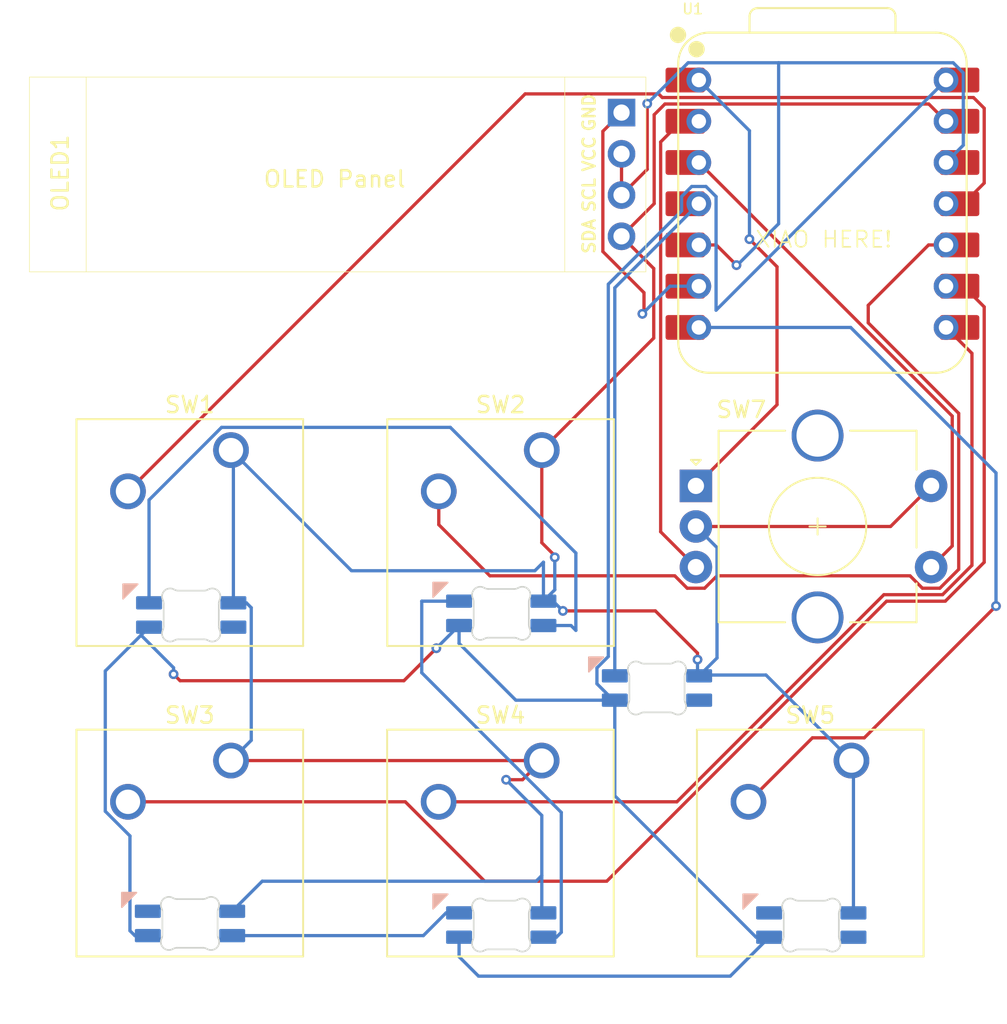
<source format=kicad_pcb>
(kicad_pcb (version 20241229) (generator "pcbnew") (generator_version "9.0")
  (layers (0 "F.Cu" signal) (2 "B.Cu" signal) (13 "F.Paste" user) (15 "B.Paste" user) (5 "F.SilkS" user "F.Silkscreen") (7 "B.SilkS" user "B.Silkscreen") (1 "F.Mask" user) (3 "B.Mask" user) (25 "Edge.Cuts" user))
  (net 0 "")
  (net 1 "GND")
  (net 3 "+5V")
  (net 4 "Net-(D1-DIN)")
  (net 5 "Net-(D2-DIN)")
  (net 6 "Net-(D3-DIN)")
  (net 10 "Net-(D6-DIN)")
  (net 12 "Net-(OLED1-Pin_2)")
  (net 13 "Net-(OLED1-Pin_1)")
  (net 14 "Net-(U1-GPIO3{slash}MOSI)")
  (net 15 "Net-(U1-GPIO4{slash}MISO)")
  (net 16 "Net-(U1-GPIO2{slash}SCK)")
  (net 17 "Net-(U1-GPIO1{slash}RX)")
  (net 18 "Net-(U1-GPIO0{slash}TX)")
  (net 19 "Net-(U1-GPIO27{slash}ADC1{slash}A1)")
  (net 20 "Net-(U1-GPIO26{slash}ADC0{slash}A0)")
  (net 21 "Net-(U1-GPIO28{slash}ADC2{slash}A2)")
  (footprint "Button_Switch_Keyboard:SW_Cherry_MX_1.00u_PCB" (layer "F.Cu") (at 151.699 100.201)
    (property "Reference" "SW2" (at -2.54 -2.794 0) (layer "F.SilkS"))
    (property "Value" "SW_Push")
    (fp_line (start -9.525 -1.905) (end 4.445 -1.905) (stroke (width 0.12)) (layer "F.SilkS"))
    (fp_line (start -9.525 12.065) (end -9.525 -1.905) (stroke (width 0.12)) (layer "F.SilkS"))
    (fp_line (start 4.445 -1.905) (end 4.445 12.065) (stroke (width 0.12)) (layer "F.SilkS"))
    (fp_line (start 4.445 12.065) (end -9.525 12.065) (stroke (width 0.12)) (layer "F.SilkS"))
    (pad "" np_thru_hole circle (at -7.62 5.08) (size 1.7 1.7) (drill 1.7) (layers "*.Cu" "*.Mask"))
    (pad "" np_thru_hole circle (at -2.54 5.08) (size 4 4) (drill 4) (layers "*.Cu" "*.Mask"))
    (pad "" np_thru_hole circle (at 2.54 5.08) (size 1.7 1.7) (drill 1.7) (layers "*.Cu" "*.Mask"))
    (pad "1" thru_hole circle (at 0 0) (size 2.2 2.2) (drill 1.5) (layers "*.Cu" "*.Mask") (net 1 "GND"))
    (pad "2" thru_hole circle (at -6.35 2.54) (size 2.2 2.2) (drill 1.5) (layers "*.Cu" "*.Mask") (net 15 "Net-(U1-GPIO4{slash}MISO)"))
  )
  (footprint "LEDREV:MX_SK6812MINI-E_REV" (layer "F.Cu") (at 149.199 105.176)
    (property "Reference" "D2" (hide yes))
    (property "Value" "SK6812MINI")
    (fp_poly (pts (xy -4.2 4.08) (xy -3.3 3.18) (xy -4.2 3.18)) (stroke (width 0.1)) (fill yes) (layer "B.SilkS"))
    (fp_line (start -1.699999 5.782842) (end -1.699999 4.377158) (stroke (width 0.1)) (layer "Edge.Cuts"))
    (fp_line (start -0.794452 3.58) (end 0.794452 3.58) (stroke (width 0.1)) (layer "Edge.Cuts"))
    (fp_line (start 0.794452 6.579999) (end -0.794453 6.579999) (stroke (width 0.1)) (layer "Edge.Cuts"))
    (fp_line (start 1.699999 4.377158) (end 1.699999 5.782842) (stroke (width 0.1)) (layer "Edge.Cuts"))
    (fp_arc (start -1.749484 4.16028) (mid -1.712527 4.265932) (end -1.699999 4.377158) (stroke (width 0.1)) (layer "Edge.Cuts"))
    (fp_arc (start -1.749484 4.160281) (mid -1.638072 3.575965) (end -1.046711 3.511701) (stroke (width 0.1)) (layer "Edge.Cuts"))
    (fp_arc (start -1.699999 5.782843) (mid -1.712527 5.894068) (end -1.749484 5.99972) (stroke (width 0.1)) (layer "Edge.Cuts"))
    (fp_arc (start -1.046711 6.648298) (mid -1.638071 6.584034) (end -1.749484 5.99972) (stroke (width 0.1)) (layer "Edge.Cuts"))
    (fp_arc (start -1.046711 6.648298) (mid -0.925123 6.597376) (end -0.794453 6.579999) (stroke (width 0.1)) (layer "Edge.Cuts"))
    (fp_arc (start -0.794452 3.58) (mid -0.925123 3.562623) (end -1.046711 3.511701) (stroke (width 0.1)) (layer "Edge.Cuts"))
    (fp_arc (start 0.794453 6.58) (mid 0.925123 6.597377) (end 1.046711 6.648299) (stroke (width 0.1)) (layer "Edge.Cuts"))
    (fp_arc (start 1.04671 3.511701) (mid 0.925122 3.562623) (end 0.794452 3.58) (stroke (width 0.1)) (layer "Edge.Cuts"))
    (fp_arc (start 1.046711 3.511703) (mid 1.63807 3.575966) (end 1.749484 4.16028) (stroke (width 0.1)) (layer "Edge.Cuts"))
    (fp_arc (start 1.699999 4.377157) (mid 1.712527 4.265932) (end 1.749484 4.16028) (stroke (width 0.1)) (layer "Edge.Cuts"))
    (fp_arc (start 1.749484 5.99972) (mid 1.638071 6.584035) (end 1.046711 6.648299) (stroke (width 0.1)) (layer "Edge.Cuts"))
    (fp_arc (start 1.749484 5.99972) (mid 1.712527 5.894068) (end 1.699999 5.782842) (stroke (width 0.1)) (layer "Edge.Cuts"))
    (pad "1" smd roundrect (at 2.6 5.83 90) (size 0.82 1.6) (layers "B.Cu" "B.Mask" "B.Paste") (roundrect_rratio 0.1) (net 4 "Net-(D1-DIN)"))
    (pad "2" smd roundrect (at 2.6 4.33 90) (size 0.82 1.6) (layers "B.Cu" "B.Mask" "B.Paste") (roundrect_rratio 0.1) (net 1 "GND"))
    (pad "3" smd roundrect (at -2.6 4.33 90) (size 0.82 1.6) (layers "B.Cu" "B.Mask" "B.Paste") (roundrect_rratio 0.1) (net 5 "Net-(D2-DIN)"))
    (pad "4" smd roundrect (at -2.6 5.83 90) (size 0.82 1.6) (layers "B.Cu" "B.Mask" "B.Paste") (roundrect_rratio 0.1) (net 3 "+5V"))
  )
  (footprint "Button_Switch_Keyboard:SW_Cherry_MX_1.00u_PCB" (layer "F.Cu") (at 132.539 100.201)
    (property "Reference" "SW1" (at -2.54 -2.794 0) (layer "F.SilkS"))
    (property "Value" "SW_Push")
    (fp_line (start -9.525 -1.905) (end 4.445 -1.905) (stroke (width 0.12)) (layer "F.SilkS"))
    (fp_line (start -9.525 12.065) (end -9.525 -1.905) (stroke (width 0.12)) (layer "F.SilkS"))
    (fp_line (start 4.445 -1.905) (end 4.445 12.065) (stroke (width 0.12)) (layer "F.SilkS"))
    (fp_line (start 4.445 12.065) (end -9.525 12.065) (stroke (width 0.12)) (layer "F.SilkS"))
    (pad "" np_thru_hole circle (at -7.62 5.08) (size 1.7 1.7) (drill 1.7) (layers "*.Cu" "*.Mask"))
    (pad "" np_thru_hole circle (at -2.54 5.08) (size 4 4) (drill 4) (layers "*.Cu" "*.Mask"))
    (pad "" np_thru_hole circle (at 2.54 5.08) (size 1.7 1.7) (drill 1.7) (layers "*.Cu" "*.Mask"))
    (pad "1" thru_hole circle (at 0 0) (size 2.2 2.2) (drill 1.5) (layers "*.Cu" "*.Mask") (net 1 "GND"))
    (pad "2" thru_hole circle (at -6.35 2.54) (size 2.2 2.2) (drill 1.5) (layers "*.Cu" "*.Mask") (net 14 "Net-(U1-GPIO3{slash}MOSI)"))
  )
  (footprint "Button_Switch_Keyboard:SW_Cherry_MX_1.00u_PCB" (layer "F.Cu") (at 132.539 119.326)
    (property "Reference" "SW3" (at -2.54 -2.794 0) (layer "F.SilkS"))
    (property "Value" "SW_Push")
    (fp_line (start -9.525 -1.905) (end 4.445 -1.905) (stroke (width 0.12)) (layer "F.SilkS"))
    (fp_line (start -9.525 12.065) (end -9.525 -1.905) (stroke (width 0.12)) (layer "F.SilkS"))
    (fp_line (start 4.445 -1.905) (end 4.445 12.065) (stroke (width 0.12)) (layer "F.SilkS"))
    (fp_line (start 4.445 12.065) (end -9.525 12.065) (stroke (width 0.12)) (layer "F.SilkS"))
    (pad "" np_thru_hole circle (at -7.62 5.08) (size 1.7 1.7) (drill 1.7) (layers "*.Cu" "*.Mask"))
    (pad "" np_thru_hole circle (at -2.54 5.08) (size 4 4) (drill 4) (layers "*.Cu" "*.Mask"))
    (pad "" np_thru_hole circle (at 2.54 5.08) (size 1.7 1.7) (drill 1.7) (layers "*.Cu" "*.Mask"))
    (pad "1" thru_hole circle (at 0 0) (size 2.2 2.2) (drill 1.5) (layers "*.Cu" "*.Mask") (net 1 "GND"))
    (pad "2" thru_hole circle (at -6.35 2.54) (size 2.2 2.2) (drill 1.5) (layers "*.Cu" "*.Mask") (net 16 "Net-(U1-GPIO2{slash}SCK)"))
  )
  (footprint "oled:SSD1306-0.91-OLED-4pin-128x32" (layer "F.Cu") (at 120.114 77.221)
    (property "Reference" "OLED1" (at 1.9 5.91 90) (layer "F.SilkS"))
    (property "Value" "Conn_01x04")
    (fp_line (start 0 0) (end 0 12) (stroke (width 0.04)) (layer "F.SilkS"))
    (fp_line (start 0 12) (end 38 12) (stroke (width 0.04)) (layer "F.SilkS"))
    (fp_line (start 3.5 0) (end 3.5 12) (stroke (width 0.04)) (layer "F.SilkS"))
    (fp_line (start 33 0) (end 33 12) (stroke (width 0.04)) (layer "F.SilkS"))
    (fp_line (start 38 0) (end 0 0) (stroke (width 0.04)) (layer "F.SilkS"))
    (fp_line (start 38 12) (end 38 0) (stroke (width 0.04)) (layer "F.SilkS"))
    (fp_text user "GND" (at 34.5 2.19 90) (layer "F.SilkS") (effects (font (size 0.75 0.75))))
    (fp_text user "VCC" (at 34.5 4.73 90) (layer "F.SilkS") (effects (font (size 0.75 0.75))))
    (fp_text user "SCL" (at 34.5 7.27 90) (layer "F.SilkS") (effects (font (size 0.75 0.75))))
    (fp_text user "SDA" (at 34.5 9.81 90) (layer "F.SilkS") (effects (font (size 0.75 0.75))))
    (fp_text user "OLED Panel" (at 18.815 6.285 0) (layer "F.SilkS"))
    (pad "1" thru_hole rect (at 36.5 2.19) (size 1.7 1.7) (drill 1) (layers "*.Cu" "*.Mask") (net 13 "Net-(OLED1-Pin_1)"))
    (pad "2" thru_hole oval (at 36.5 4.73) (size 1.7 1.7) (drill 1) (layers "*.Cu" "*.Mask") (net 12 "Net-(OLED1-Pin_2)"))
    (pad "3" thru_hole oval (at 36.5 7.27) (size 1.7 1.7) (drill 1) (layers "*.Cu" "*.Mask") (net 12 "Net-(OLED1-Pin_2)"))
    (pad "4" thru_hole oval (at 36.5 9.81) (size 1.7 1.7) (drill 1) (layers "*.Cu" "*.Mask") (net 1 "GND"))
  )
  (footprint "Button_Switch_Keyboard:SW_Cherry_MX_1.00u_PCB" (layer "F.Cu") (at 170.789 119.326)
    (property "Reference" "SW5" (at -2.54 -2.794 0) (layer "F.SilkS"))
    (property "Value" "SW_Push")
    (fp_line (start -9.525 -1.905) (end 4.445 -1.905) (stroke (width 0.12)) (layer "F.SilkS"))
    (fp_line (start -9.525 12.065) (end -9.525 -1.905) (stroke (width 0.12)) (layer "F.SilkS"))
    (fp_line (start 4.445 -1.905) (end 4.445 12.065) (stroke (width 0.12)) (layer "F.SilkS"))
    (fp_line (start 4.445 12.065) (end -9.525 12.065) (stroke (width 0.12)) (layer "F.SilkS"))
    (pad "" np_thru_hole circle (at -7.62 5.08) (size 1.7 1.7) (drill 1.7) (layers "*.Cu" "*.Mask"))
    (pad "" np_thru_hole circle (at -2.54 5.08) (size 4 4) (drill 4) (layers "*.Cu" "*.Mask"))
    (pad "" np_thru_hole circle (at 2.54 5.08) (size 1.7 1.7) (drill 1.7) (layers "*.Cu" "*.Mask"))
    (pad "1" thru_hole circle (at 0 0) (size 2.2 2.2) (drill 1.5) (layers "*.Cu" "*.Mask") (net 1 "GND"))
    (pad "2" thru_hole circle (at -6.35 2.54) (size 2.2 2.2) (drill 1.5) (layers "*.Cu" "*.Mask") (net 18 "Net-(U1-GPIO0{slash}TX)"))
  )
  (footprint "Rotary_Encoder:RotaryEncoder_Alps_EC11E-Switch_Vertical_H20mm_CircularMountingHoles" (layer "F.Cu") (at 161.199 102.406)
    (property "Reference" "SW7" (at 2.8 -4.7 0) (layer "F.SilkS"))
    (property "Value" "RotaryEncoder_Switch")
    (fp_line (start -0.3 -1.6) (end 0.3 -1.6) (stroke (width 0.12)) (layer "F.SilkS"))
    (fp_line (start 0 -1.3) (end -0.3 -1.6) (stroke (width 0.12)) (layer "F.SilkS"))
    (fp_line (start 0.3 -1.6) (end 0 -1.3) (stroke (width 0.12)) (layer "F.SilkS"))
    (fp_line (start 1.4 -3.4) (end 1.4 8.4) (stroke (width 0.12)) (layer "F.SilkS"))
    (fp_line (start 5.5 -3.4) (end 1.4 -3.4) (stroke (width 0.12)) (layer "F.SilkS"))
    (fp_line (start 5.5 8.4) (end 1.4 8.4) (stroke (width 0.12)) (layer "F.SilkS"))
    (fp_line (start 7 2.5) (end 8 2.5) (stroke (width 0.12)) (layer "F.SilkS"))
    (fp_line (start 7.5 2) (end 7.5 3) (stroke (width 0.12)) (layer "F.SilkS"))
    (fp_line (start 9.5 -3.4) (end 13.6 -3.4) (stroke (width 0.12)) (layer "F.SilkS"))
    (fp_line (start 13.6 -3.4) (end 13.6 -1) (stroke (width 0.12)) (layer "F.SilkS"))
    (fp_line (start 13.6 1.2) (end 13.6 3.8) (stroke (width 0.12)) (layer "F.SilkS"))
    (fp_line (start 13.6 6) (end 13.6 8.4) (stroke (width 0.12)) (layer "F.SilkS"))
    (fp_line (start 13.6 8.4) (end 9.5 8.4) (stroke (width 0.12)) (layer "F.SilkS"))
    (fp_circle (center 7.5 2.5) (end 10.5 2.5) (stroke (width 0.12)) (fill no) (layer "F.SilkS"))
    (pad "A" thru_hole rect (at 0 0) (size 2 2) (drill 1) (layers "*.Cu" "*.Mask") (net 20 "Net-(U1-GPIO26{slash}ADC0{slash}A0)"))
    (pad "B" thru_hole circle (at 0 5) (size 2 2) (drill 1) (layers "*.Cu" "*.Mask") (net 19 "Net-(U1-GPIO27{slash}ADC1{slash}A1)"))
    (pad "C" thru_hole circle (at 0 2.5) (size 2 2) (drill 1) (layers "*.Cu" "*.Mask") (net 1 "GND"))
    (pad "MP" thru_hole circle (at 7.5 -3.1) (size 3.2 3.2) (drill 2.6) (layers "*.Cu" "*.Mask"))
    (pad "MP" thru_hole circle (at 7.5 8.1) (size 3.2 3.2) (drill 2.6) (layers "*.Cu" "*.Mask"))
    (pad "S1" thru_hole circle (at 14.5 5) (size 2 2) (drill 1) (layers "*.Cu" "*.Mask") (net 21 "Net-(U1-GPIO28{slash}ADC2{slash}A2)"))
    (pad "S2" thru_hole circle (at 14.5 0) (size 2 2) (drill 1) (layers "*.Cu" "*.Mask") (net 1 "GND"))
  )
  (footprint "Button_Switch_Keyboard:SW_Cherry_MX_1.00u_PCB" (layer "F.Cu") (at 151.689 119.326)
    (property "Reference" "SW4" (at -2.54 -2.794 0) (layer "F.SilkS"))
    (property "Value" "SW_Push")
    (fp_line (start -9.525 -1.905) (end 4.445 -1.905) (stroke (width 0.12)) (layer "F.SilkS"))
    (fp_line (start -9.525 12.065) (end -9.525 -1.905) (stroke (width 0.12)) (layer "F.SilkS"))
    (fp_line (start 4.445 -1.905) (end 4.445 12.065) (stroke (width 0.12)) (layer "F.SilkS"))
    (fp_line (start 4.445 12.065) (end -9.525 12.065) (stroke (width 0.12)) (layer "F.SilkS"))
    (pad "" np_thru_hole circle (at -7.62 5.08) (size 1.7 1.7) (drill 1.7) (layers "*.Cu" "*.Mask"))
    (pad "" np_thru_hole circle (at -2.54 5.08) (size 4 4) (drill 4) (layers "*.Cu" "*.Mask"))
    (pad "" np_thru_hole circle (at 2.54 5.08) (size 1.7 1.7) (drill 1.7) (layers "*.Cu" "*.Mask"))
    (pad "1" thru_hole circle (at 0 0) (size 2.2 2.2) (drill 1.5) (layers "*.Cu" "*.Mask") (net 1 "GND"))
    (pad "2" thru_hole circle (at -6.35 2.54) (size 2.2 2.2) (drill 1.5) (layers "*.Cu" "*.Mask") (net 17 "Net-(U1-GPIO1{slash}RX)"))
  )
  (footprint "OPL:XIAO-ESP32S3-DIP" (layer "F.Cu") (at 168.999 85.0245)
    (property "Reference" "U1" (at -8 -12 0) (layer "F.SilkS") (effects (font (size 0.635 0.635) (thickness 0.1016))))
    (property "Value" "XIAO-RP2040-DIP")
    (fp_line (start -8.89 8.509) (end -8.89 -8.636) (stroke (width 0.127)) (layer "F.SilkS"))
    (fp_line (start -6.985 10.414) (end 6.985 10.414) (stroke (width 0.127)) (layer "F.SilkS"))
    (fp_line (start -4.495 -10.541) (end -4.491272 -11.551272) (stroke (width 0.127)) (layer "F.SilkS"))
    (fp_line (start -3.991272 -12.051) (end 4.004 -12.051) (stroke (width 0.127)) (layer "F.SilkS"))
    (fp_line (start 4.504 -11.551) (end 4.504 -10.541) (stroke (width 0.127)) (layer "F.SilkS"))
    (fp_line (start 6.985 -10.541) (end -6.985 -10.541) (stroke (width 0.1)) (layer "F.SilkS"))
    (fp_line (start 6.985 -10.541) (end -6.985 -10.541) (stroke (width 0.127)) (layer "F.SilkS"))
    (fp_line (start 8.89 8.509) (end 8.89 -8.636) (stroke (width 0.127)) (layer "F.SilkS"))
    (fp_arc (start -8.89 -8.636) (mid -8.332038 -9.983038) (end -6.985 -10.541) (stroke (width 0.127)) (layer "F.SilkS"))
    (fp_arc (start -6.985 10.414) (mid -8.332038 9.856038) (end -8.89 8.509) (stroke (width 0.127)) (layer "F.SilkS"))
    (fp_arc (start -4.491272 -11.551272) (mid -4.344724 -11.904644) (end -3.991272 -12.051) (stroke (width 0.127)) (layer "F.SilkS"))
    (fp_arc (start 4.004 -12.051) (mid 4.357553 -11.904553) (end 4.504 -11.551) (stroke (width 0.127)) (layer "F.SilkS"))
    (fp_arc (start 6.985 -10.541) (mid 8.332038 -9.983038) (end 8.89 -8.636) (stroke (width 0.127)) (layer "F.SilkS"))
    (fp_arc (start 8.89 8.509) (mid 8.332038 9.856038) (end 6.985 10.414) (stroke (width 0.127)) (layer "F.SilkS"))
    (fp_circle (center -8.904 -10.4) (end -8.904 -10.654) (stroke (width 0.5)) (fill yes) (layer "F.SilkS"))
    (fp_circle (center -7.761 -9.52) (end -7.761 -9.774) (stroke (width 0.5)) (fill yes) (layer "F.SilkS"))
    (pad "1" smd roundrect (at -8.455 -7.62 180) (size 2.432 1.524) (layers "F.Cu" "F.Mask") (roundrect_rratio 0.1) (net 20 "Net-(U1-GPIO26{slash}ADC0{slash}A0)"))
    (pad "1" thru_hole circle (at -7.62 -7.62 180) (size 1.524 1.524) (drill 0.889) (layers "*.Cu" "*.Mask") (net 20 "Net-(U1-GPIO26{slash}ADC0{slash}A0)"))
    (pad "2" smd roundrect (at -8.455 -5.08 180) (size 2.432 1.524) (layers "F.Cu" "F.Mask") (roundrect_rratio 0.1) (net 19 "Net-(U1-GPIO27{slash}ADC1{slash}A1)"))
    (pad "2" thru_hole circle (at -7.62 -5.08 180) (size 1.524 1.524) (drill 0.889) (layers "*.Cu" "*.Mask") (net 19 "Net-(U1-GPIO27{slash}ADC1{slash}A1)"))
    (pad "3" smd roundrect (at -8.455 -2.54 180) (size 2.432 1.524) (layers "F.Cu" "F.Mask") (roundrect_rratio 0.1) (net 21 "Net-(U1-GPIO28{slash}ADC2{slash}A2)"))
    (pad "3" thru_hole circle (at -7.62 -2.54 180) (size 1.524 1.524) (drill 0.889) (layers "*.Cu" "*.Mask") (net 21 "Net-(U1-GPIO28{slash}ADC2{slash}A2)"))
    (pad "4" smd roundrect (at -8.455 0 180) (size 2.432 1.524) (layers "F.Cu" "F.Mask") (roundrect_rratio 0.1) (net 10 "Net-(D6-DIN)"))
    (pad "4" thru_hole circle (at -7.62 0 180) (size 1.524 1.524) (drill 0.889) (layers "*.Cu" "*.Mask") (net 10 "Net-(D6-DIN)"))
    (pad "5" smd roundrect (at -8.455 2.54 180) (size 2.432 1.524) (layers "F.Cu" "F.Mask") (roundrect_rratio 0.1) (net 12 "Net-(OLED1-Pin_2)"))
    (pad "5" thru_hole circle (at -7.62 2.54 180) (size 1.524 1.524) (drill 0.889) (layers "*.Cu" "*.Mask") (net 12 "Net-(OLED1-Pin_2)"))
    (pad "6" smd roundrect (at -8.455 5.08 180) (size 2.432 1.524) (layers "F.Cu" "F.Mask") (roundrect_rratio 0.1) (net 13 "Net-(OLED1-Pin_1)"))
    (pad "6" thru_hole circle (at -7.62 5.08 180) (size 1.524 1.524) (drill 0.889) (layers "*.Cu" "*.Mask") (net 13 "Net-(OLED1-Pin_1)"))
    (pad "7" smd roundrect (at -8.455 7.62 180) (size 2.432 1.524) (layers "F.Cu" "F.Mask") (roundrect_rratio 0.1) (net 18 "Net-(U1-GPIO0{slash}TX)"))
    (pad "7" thru_hole circle (at -7.62 7.62 180) (size 1.524 1.524) (drill 0.889) (layers "*.Cu" "*.Mask") (net 18 "Net-(U1-GPIO0{slash}TX)"))
    (pad "8" thru_hole circle (at 7.62 7.62) (size 1.524 1.524) (drill 0.889) (layers "*.Cu" "*.Mask") (net 17 "Net-(U1-GPIO1{slash}RX)"))
    (pad "8" smd roundrect (at 8.455 7.62) (size 2.432 1.524) (layers "F.Cu" "F.Mask") (roundrect_rratio 0.1) (net 17 "Net-(U1-GPIO1{slash}RX)"))
    (pad "9" thru_hole circle (at 7.62 5.08) (size 1.524 1.524) (drill 0.889) (layers "*.Cu" "*.Mask") (net 16 "Net-(U1-GPIO2{slash}SCK)"))
    (pad "9" smd roundrect (at 8.455 5.08) (size 2.432 1.524) (layers "F.Cu" "F.Mask") (roundrect_rratio 0.1) (net 16 "Net-(U1-GPIO2{slash}SCK)"))
    (pad "10" thru_hole circle (at 7.62 2.54) (size 1.524 1.524) (drill 0.889) (layers "*.Cu" "*.Mask") (net 15 "Net-(U1-GPIO4{slash}MISO)"))
    (pad "10" smd roundrect (at 8.455 2.54) (size 2.432 1.524) (layers "F.Cu" "F.Mask") (roundrect_rratio 0.1) (net 15 "Net-(U1-GPIO4{slash}MISO)"))
    (pad "11" thru_hole circle (at 7.62 0) (size 1.524 1.524) (drill 0.889) (layers "*.Cu" "*.Mask") (net 14 "Net-(U1-GPIO3{slash}MOSI)"))
    (pad "11" smd roundrect (at 8.455 0) (size 2.432 1.524) (layers "F.Cu" "F.Mask") (roundrect_rratio 0.1) (net 14 "Net-(U1-GPIO3{slash}MOSI)"))
    (pad "12" thru_hole circle (at 7.62 -2.54) (size 1.524 1.524) (drill 0.889) (layers "*.Cu" "*.Mask") (net 12 "Net-(OLED1-Pin_2)"))
    (pad "12" smd roundrect (at 8.455 -2.54) (size 2.432 1.524) (layers "F.Cu" "F.Mask") (roundrect_rratio 0.1) (net 12 "Net-(OLED1-Pin_2)"))
    (pad "13" thru_hole circle (at 7.62 -5.08) (size 1.524 1.524) (drill 0.889) (layers "*.Cu" "*.Mask") (net 1 "GND"))
    (pad "13" smd roundrect (at 8.455 -5.08) (size 2.432 1.524) (layers "F.Cu" "F.Mask") (roundrect_rratio 0.1) (net 1 "GND"))
    (pad "14" thru_hole circle (at 7.62 -7.62) (size 1.524 1.524) (drill 0.889) (layers "*.Cu" "*.Mask") (net 3 "+5V"))
    (pad "14" smd roundrect (at 8.455 -7.62) (size 2.432 1.524) (layers "F.Cu" "F.Mask") (roundrect_rratio 0.1) (net 3 "+5V"))
  )
  (footprint "LEDREV:MX_SK6812MINI-E_REV" (layer "F.Cu") (at 130.0115 124.2785)
    (property "Reference" "D4" (hide yes))
    (property "Value" "SK6812MINI")
    (fp_poly (pts (xy -4.2 4.08) (xy -3.3 3.18) (xy -4.2 3.18)) (stroke (width 0.1)) (fill yes) (layer "B.SilkS"))
    (fp_line (start -1.699999 5.782842) (end -1.699999 4.377158) (stroke (width 0.1)) (layer "Edge.Cuts"))
    (fp_line (start -0.794452 3.58) (end 0.794452 3.58) (stroke (width 0.1)) (layer "Edge.Cuts"))
    (fp_line (start 0.794452 6.579999) (end -0.794453 6.579999) (stroke (width 0.1)) (layer "Edge.Cuts"))
    (fp_line (start 1.699999 4.377158) (end 1.699999 5.782842) (stroke (width 0.1)) (layer "Edge.Cuts"))
    (fp_arc (start -1.749484 4.16028) (mid -1.712527 4.265932) (end -1.699999 4.377158) (stroke (width 0.1)) (layer "Edge.Cuts"))
    (fp_arc (start -1.749484 4.160281) (mid -1.638072 3.575965) (end -1.046711 3.511701) (stroke (width 0.1)) (layer "Edge.Cuts"))
    (fp_arc (start -1.699999 5.782843) (mid -1.712527 5.894068) (end -1.749484 5.99972) (stroke (width 0.1)) (layer "Edge.Cuts"))
    (fp_arc (start -1.046711 6.648298) (mid -1.638071 6.584034) (end -1.749484 5.99972) (stroke (width 0.1)) (layer "Edge.Cuts"))
    (fp_arc (start -1.046711 6.648298) (mid -0.925123 6.597376) (end -0.794453 6.579999) (stroke (width 0.1)) (layer "Edge.Cuts"))
    (fp_arc (start -0.794452 3.58) (mid -0.925123 3.562623) (end -1.046711 3.511701) (stroke (width 0.1)) (layer "Edge.Cuts"))
    (fp_arc (start 0.794453 6.58) (mid 0.925123 6.597377) (end 1.046711 6.648299) (stroke (width 0.1)) (layer "Edge.Cuts"))
    (fp_arc (start 1.04671 3.511701) (mid 0.925122 3.562623) (end 0.794452 3.58) (stroke (width 0.1)) (layer "Edge.Cuts"))
    (fp_arc (start 1.046711 3.511703) (mid 1.63807 3.575966) (end 1.749484 4.16028) (stroke (width 0.1)) (layer "Edge.Cuts"))
    (fp_arc (start 1.699999 4.377157) (mid 1.712527 4.265932) (end 1.749484 4.16028) (stroke (width 0.1)) (layer "Edge.Cuts"))
    (fp_arc (start 1.749484 5.99972) (mid 1.638071 6.584035) (end 1.046711 6.648299) (stroke (width 0.1)) (layer "Edge.Cuts"))
    (fp_arc (start 1.749484 5.99972) (mid 1.712527 5.894068) (end 1.699999 5.782842) (stroke (width 0.1)) (layer "Edge.Cuts"))
    (pad "1" smd roundrect (at 2.6 5.83 90) (size 0.82 1.6) (layers "B.Cu" "B.Mask" "B.Paste") (roundrect_rratio 0.1) (net 6 "Net-(D3-DIN)"))
    (pad "2" smd roundrect (at 2.6 4.33 90) (size 0.82 1.6) (layers "B.Cu" "B.Mask" "B.Paste") (roundrect_rratio 0.1) (net 1 "GND"))
    (pad "3" smd roundrect (at -2.6 4.33 90) (size 0.82 1.6) (layers "B.Cu" "B.Mask" "B.Paste") (roundrect_rratio 0.1))
    (pad "4" smd roundrect (at -2.6 5.83 90) (size 0.82 1.6) (layers "B.Cu" "B.Mask" "B.Paste") (roundrect_rratio 0.1) (net 3 "+5V"))
  )
  (footprint "LEDREV:MX_SK6812MINI-E_REV" (layer "F.Cu") (at 158.799 109.776)
    (property "Reference" "D6" (hide yes))
    (property "Value" "SK6812MINI")
    (fp_poly (pts (xy -4.2 4.08) (xy -3.3 3.18) (xy -4.2 3.18)) (stroke (width 0.1)) (fill yes) (layer "B.SilkS"))
    (fp_line (start -1.699999 5.782842) (end -1.699999 4.377158) (stroke (width 0.1)) (layer "Edge.Cuts"))
    (fp_line (start -0.794452 3.58) (end 0.794452 3.58) (stroke (width 0.1)) (layer "Edge.Cuts"))
    (fp_line (start 0.794452 6.579999) (end -0.794453 6.579999) (stroke (width 0.1)) (layer "Edge.Cuts"))
    (fp_line (start 1.699999 4.377158) (end 1.699999 5.782842) (stroke (width 0.1)) (layer "Edge.Cuts"))
    (fp_arc (start -1.749484 4.16028) (mid -1.712527 4.265932) (end -1.699999 4.377158) (stroke (width 0.1)) (layer "Edge.Cuts"))
    (fp_arc (start -1.749484 4.160281) (mid -1.638072 3.575965) (end -1.046711 3.511701) (stroke (width 0.1)) (layer "Edge.Cuts"))
    (fp_arc (start -1.699999 5.782843) (mid -1.712527 5.894068) (end -1.749484 5.99972) (stroke (width 0.1)) (layer "Edge.Cuts"))
    (fp_arc (start -1.046711 6.648298) (mid -1.638071 6.584034) (end -1.749484 5.99972) (stroke (width 0.1)) (layer "Edge.Cuts"))
    (fp_arc (start -1.046711 6.648298) (mid -0.925123 6.597376) (end -0.794453 6.579999) (stroke (width 0.1)) (layer "Edge.Cuts"))
    (fp_arc (start -0.794452 3.58) (mid -0.925123 3.562623) (end -1.046711 3.511701) (stroke (width 0.1)) (layer "Edge.Cuts"))
    (fp_arc (start 0.794453 6.58) (mid 0.925123 6.597377) (end 1.046711 6.648299) (stroke (width 0.1)) (layer "Edge.Cuts"))
    (fp_arc (start 1.04671 3.511701) (mid 0.925122 3.562623) (end 0.794452 3.58) (stroke (width 0.1)) (layer "Edge.Cuts"))
    (fp_arc (start 1.046711 3.511703) (mid 1.63807 3.575966) (end 1.749484 4.16028) (stroke (width 0.1)) (layer "Edge.Cuts"))
    (fp_arc (start 1.699999 4.377157) (mid 1.712527 4.265932) (end 1.749484 4.16028) (stroke (width 0.1)) (layer "Edge.Cuts"))
    (fp_arc (start 1.749484 5.99972) (mid 1.638071 6.584035) (end 1.046711 6.648299) (stroke (width 0.1)) (layer "Edge.Cuts"))
    (fp_arc (start 1.749484 5.99972) (mid 1.712527 5.894068) (end 1.699999 5.782842) (stroke (width 0.1)) (layer "Edge.Cuts"))
    (pad "1" smd roundrect (at 2.6 5.83 90) (size 0.82 1.6) (layers "B.Cu" "B.Mask" "B.Paste") (roundrect_rratio 0.1))
    (pad "2" smd roundrect (at 2.6 4.33 90) (size 0.82 1.6) (layers "B.Cu" "B.Mask" "B.Paste") (roundrect_rratio 0.1) (net 1 "GND"))
    (pad "3" smd roundrect (at -2.6 4.33 90) (size 0.82 1.6) (layers "B.Cu" "B.Mask" "B.Paste") (roundrect_rratio 0.1) (net 10 "Net-(D6-DIN)"))
    (pad "4" smd roundrect (at -2.6 5.83 90) (size 0.82 1.6) (layers "B.Cu" "B.Mask" "B.Paste") (roundrect_rratio 0.1) (net 3 "+5V"))
  )
  (footprint "LEDREV:MX_SK6812MINI-E_REV" (layer "F.Cu") (at 130.0865 105.2785)
    (property "Reference" "D1" (hide yes))
    (property "Value" "SK6812MINI")
    (fp_poly (pts (xy -4.2 4.08) (xy -3.3 3.18) (xy -4.2 3.18)) (stroke (width 0.1)) (fill yes) (layer "B.SilkS"))
    (fp_line (start -1.699999 5.782842) (end -1.699999 4.377158) (stroke (width 0.1)) (layer "Edge.Cuts"))
    (fp_line (start -0.794452 3.58) (end 0.794452 3.58) (stroke (width 0.1)) (layer "Edge.Cuts"))
    (fp_line (start 0.794452 6.579999) (end -0.794453 6.579999) (stroke (width 0.1)) (layer "Edge.Cuts"))
    (fp_line (start 1.699999 4.377158) (end 1.699999 5.782842) (stroke (width 0.1)) (layer "Edge.Cuts"))
    (fp_arc (start -1.749484 4.16028) (mid -1.712527 4.265932) (end -1.699999 4.377158) (stroke (width 0.1)) (layer "Edge.Cuts"))
    (fp_arc (start -1.749484 4.160281) (mid -1.638072 3.575965) (end -1.046711 3.511701) (stroke (width 0.1)) (layer "Edge.Cuts"))
    (fp_arc (start -1.699999 5.782843) (mid -1.712527 5.894068) (end -1.749484 5.99972) (stroke (width 0.1)) (layer "Edge.Cuts"))
    (fp_arc (start -1.046711 6.648298) (mid -1.638071 6.584034) (end -1.749484 5.99972) (stroke (width 0.1)) (layer "Edge.Cuts"))
    (fp_arc (start -1.046711 6.648298) (mid -0.925123 6.597376) (end -0.794453 6.579999) (stroke (width 0.1)) (layer "Edge.Cuts"))
    (fp_arc (start -0.794452 3.58) (mid -0.925123 3.562623) (end -1.046711 3.511701) (stroke (width 0.1)) (layer "Edge.Cuts"))
    (fp_arc (start 0.794453 6.58) (mid 0.925123 6.597377) (end 1.046711 6.648299) (stroke (width 0.1)) (layer "Edge.Cuts"))
    (fp_arc (start 1.04671 3.511701) (mid 0.925122 3.562623) (end 0.794452 3.58) (stroke (width 0.1)) (layer "Edge.Cuts"))
    (fp_arc (start 1.046711 3.511703) (mid 1.63807 3.575966) (end 1.749484 4.16028) (stroke (width 0.1)) (layer "Edge.Cuts"))
    (fp_arc (start 1.699999 4.377157) (mid 1.712527 4.265932) (end 1.749484 4.16028) (stroke (width 0.1)) (layer "Edge.Cuts"))
    (fp_arc (start 1.749484 5.99972) (mid 1.638071 6.584035) (end 1.046711 6.648299) (stroke (width 0.1)) (layer "Edge.Cuts"))
    (fp_arc (start 1.749484 5.99972) (mid 1.712527 5.894068) (end 1.699999 5.782842) (stroke (width 0.1)) (layer "Edge.Cuts"))
    (pad "1" smd roundrect (at 2.6 5.83 90) (size 0.82 1.6) (layers "B.Cu" "B.Mask" "B.Paste") (roundrect_rratio 0.1))
    (pad "2" smd roundrect (at 2.6 4.33 90) (size 0.82 1.6) (layers "B.Cu" "B.Mask" "B.Paste") (roundrect_rratio 0.1) (net 1 "GND"))
    (pad "3" smd roundrect (at -2.6 4.33 90) (size 0.82 1.6) (layers "B.Cu" "B.Mask" "B.Paste") (roundrect_rratio 0.1) (net 4 "Net-(D1-DIN)"))
    (pad "4" smd roundrect (at -2.6 5.83 90) (size 0.82 1.6) (layers "B.Cu" "B.Mask" "B.Paste") (roundrect_rratio 0.1) (net 3 "+5V"))
  )
  (footprint "LEDREV:MX_SK6812MINI-E_REV" (layer "F.Cu") (at 168.3115 124.3785)
    (property "Reference" "D5" (hide yes))
    (property "Value" "SK6812MINI")
    (fp_poly (pts (xy -4.2 4.08) (xy -3.3 3.18) (xy -4.2 3.18)) (stroke (width 0.1)) (fill yes) (layer "B.SilkS"))
    (fp_line (start -1.699999 5.782842) (end -1.699999 4.377158) (stroke (width 0.1)) (layer "Edge.Cuts"))
    (fp_line (start -0.794452 3.58) (end 0.794452 3.58) (stroke (width 0.1)) (layer "Edge.Cuts"))
    (fp_line (start 0.794452 6.579999) (end -0.794453 6.579999) (stroke (width 0.1)) (layer "Edge.Cuts"))
    (fp_line (start 1.699999 4.377158) (end 1.699999 5.782842) (stroke (width 0.1)) (layer "Edge.Cuts"))
    (fp_arc (start -1.749484 4.16028) (mid -1.712527 4.265932) (end -1.699999 4.377158) (stroke (width 0.1)) (layer "Edge.Cuts"))
    (fp_arc (start -1.749484 4.160281) (mid -1.638072 3.575965) (end -1.046711 3.511701) (stroke (width 0.1)) (layer "Edge.Cuts"))
    (fp_arc (start -1.699999 5.782843) (mid -1.712527 5.894068) (end -1.749484 5.99972) (stroke (width 0.1)) (layer "Edge.Cuts"))
    (fp_arc (start -1.046711 6.648298) (mid -1.638071 6.584034) (end -1.749484 5.99972) (stroke (width 0.1)) (layer "Edge.Cuts"))
    (fp_arc (start -1.046711 6.648298) (mid -0.925123 6.597376) (end -0.794453 6.579999) (stroke (width 0.1)) (layer "Edge.Cuts"))
    (fp_arc (start -0.794452 3.58) (mid -0.925123 3.562623) (end -1.046711 3.511701) (stroke (width 0.1)) (layer "Edge.Cuts"))
    (fp_arc (start 0.794453 6.58) (mid 0.925123 6.597377) (end 1.046711 6.648299) (stroke (width 0.1)) (layer "Edge.Cuts"))
    (fp_arc (start 1.04671 3.511701) (mid 0.925122 3.562623) (end 0.794452 3.58) (stroke (width 0.1)) (layer "Edge.Cuts"))
    (fp_arc (start 1.046711 3.511703) (mid 1.63807 3.575966) (end 1.749484 4.16028) (stroke (width 0.1)) (layer "Edge.Cuts"))
    (fp_arc (start 1.699999 4.377157) (mid 1.712527 4.265932) (end 1.749484 4.16028) (stroke (width 0.1)) (layer "Edge.Cuts"))
    (fp_arc (start 1.749484 5.99972) (mid 1.638071 6.584035) (end 1.046711 6.648299) (stroke (width 0.1)) (layer "Edge.Cuts"))
    (fp_arc (start 1.749484 5.99972) (mid 1.712527 5.894068) (end 1.699999 5.782842) (stroke (width 0.1)) (layer "Edge.Cuts"))
    (pad "1" smd roundrect (at 2.6 5.83 90) (size 0.82 1.6) (layers "B.Cu" "B.Mask" "B.Paste") (roundrect_rratio 0.1))
    (pad "2" smd roundrect (at 2.6 4.33 90) (size 0.82 1.6) (layers "B.Cu" "B.Mask" "B.Paste") (roundrect_rratio 0.1) (net 1 "GND"))
    (pad "3" smd roundrect (at -2.6 4.33 90) (size 0.82 1.6) (layers "B.Cu" "B.Mask" "B.Paste") (roundrect_rratio 0.1))
    (pad "4" smd roundrect (at -2.6 5.83 90) (size 0.82 1.6) (layers "B.Cu" "B.Mask" "B.Paste") (roundrect_rratio 0.1) (net 3 "+5V"))
  )
  (footprint "LEDREV:MX_SK6812MINI-E_REV" (layer "F.Cu") (at 149.199 124.376)
    (property "Reference" "D3" (hide yes))
    (property "Value" "SK6812MINI")
    (fp_poly (pts (xy -4.2 4.08) (xy -3.3 3.18) (xy -4.2 3.18)) (stroke (width 0.1)) (fill yes) (layer "B.SilkS"))
    (fp_line (start -1.699999 5.782842) (end -1.699999 4.377158) (stroke (width 0.1)) (layer "Edge.Cuts"))
    (fp_line (start -0.794452 3.58) (end 0.794452 3.58) (stroke (width 0.1)) (layer "Edge.Cuts"))
    (fp_line (start 0.794452 6.579999) (end -0.794453 6.579999) (stroke (width 0.1)) (layer "Edge.Cuts"))
    (fp_line (start 1.699999 4.377158) (end 1.699999 5.782842) (stroke (width 0.1)) (layer "Edge.Cuts"))
    (fp_arc (start -1.749484 4.16028) (mid -1.712527 4.265932) (end -1.699999 4.377158) (stroke (width 0.1)) (layer "Edge.Cuts"))
    (fp_arc (start -1.749484 4.160281) (mid -1.638072 3.575965) (end -1.046711 3.511701) (stroke (width 0.1)) (layer "Edge.Cuts"))
    (fp_arc (start -1.699999 5.782843) (mid -1.712527 5.894068) (end -1.749484 5.99972) (stroke (width 0.1)) (layer "Edge.Cuts"))
    (fp_arc (start -1.046711 6.648298) (mid -1.638071 6.584034) (end -1.749484 5.99972) (stroke (width 0.1)) (layer "Edge.Cuts"))
    (fp_arc (start -1.046711 6.648298) (mid -0.925123 6.597376) (end -0.794453 6.579999) (stroke (width 0.1)) (layer "Edge.Cuts"))
    (fp_arc (start -0.794452 3.58) (mid -0.925123 3.562623) (end -1.046711 3.511701) (stroke (width 0.1)) (layer "Edge.Cuts"))
    (fp_arc (start 0.794453 6.58) (mid 0.925123 6.597377) (end 1.046711 6.648299) (stroke (width 0.1)) (layer "Edge.Cuts"))
    (fp_arc (start 1.04671 3.511701) (mid 0.925122 3.562623) (end 0.794452 3.58) (stroke (width 0.1)) (layer "Edge.Cuts"))
    (fp_arc (start 1.046711 3.511703) (mid 1.63807 3.575966) (end 1.749484 4.16028) (stroke (width 0.1)) (layer "Edge.Cuts"))
    (fp_arc (start 1.699999 4.377157) (mid 1.712527 4.265932) (end 1.749484 4.16028) (stroke (width 0.1)) (layer "Edge.Cuts"))
    (fp_arc (start 1.749484 5.99972) (mid 1.638071 6.584035) (end 1.046711 6.648299) (stroke (width 0.1)) (layer "Edge.Cuts"))
    (fp_arc (start 1.749484 5.99972) (mid 1.712527 5.894068) (end 1.699999 5.782842) (stroke (width 0.1)) (layer "Edge.Cuts"))
    (pad "1" smd roundrect (at 2.6 5.83 90) (size 0.82 1.6) (layers "B.Cu" "B.Mask" "B.Paste") (roundrect_rratio 0.1) (net 5 "Net-(D2-DIN)"))
    (pad "2" smd roundrect (at 2.6 4.33 90) (size 0.82 1.6) (layers "B.Cu" "B.Mask" "B.Paste") (roundrect_rratio 0.1) (net 1 "GND"))
    (pad "3" smd roundrect (at -2.6 4.33 90) (size 0.82 1.6) (layers "B.Cu" "B.Mask" "B.Paste") (roundrect_rratio 0.1) (net 6 "Net-(D3-DIN)"))
    (pad "4" smd roundrect (at -2.6 5.83 90) (size 0.82 1.6) (layers "B.Cu" "B.Mask" "B.Paste") (roundrect_rratio 0.1) (net 3 "+5V"))
  )
  (gr_text "XIAO HERE!" (at 164.799 87.806 0) (layer "F.SilkS") (effects (font (size 1 1) (thickness 0.1)) (justify left bottom)))
  (segment (start 158.626 79.543874) (end 159.288374 78.8815) (width 0.2) (layer "F.Cu") (net 1))
  (segment (start 156.614 87.031) (end 158.6 89.017) (width 0.2) (layer "F.Cu") (net 1))
  (segment (start 150.509 120.506) (end 151.689 119.326) (width 0.2) (layer "F.Cu") (net 1))
  (segment (start 149.499 120.506) (end 150.509 120.506) (width 0.2) (layer "F.Cu") (net 1))
  (segment (start 158.699 110.106) (end 161.299 112.706) (width 0.2) (layer "F.Cu") (net 1))
  (segment (start 158.6 93.3) (end 151.699 100.201) (width 0.2) (layer "F.Cu") (net 1))
  (segment (start 159.288374 78.8815) (end 175.556 78.8815) (width 0.2) (layer "F.Cu") (net 1))
  (segment (start 175.699 102.406) (end 173.199 104.906) (width 0.2) (layer "F.Cu") (net 1))
  (segment (start 158.6 89.017) (end 158.6 93.3) (width 0.2) (layer "F.Cu") (net 1))
  (segment (start 173.199 104.906) (end 161.199 104.906) (width 0.2) (layer "F.Cu") (net 1))
  (segment (start 151.699 105.906) (end 151.699 100.201) (width 0.2) (layer "F.Cu") (net 1))
  (segment (start 152.499 106.706) (end 151.699 105.906) (width 0.2) (layer "F.Cu") (net 1))
  (segment (start 152.999 110.106) (end 158.699 110.106) (width 0.2) (layer "F.Cu") (net 1))
  (segment (start 175.556 78.8815) (end 176.619 79.9445) (width 0.2) (layer "F.Cu") (net 1))
  (segment (start 152.499 106.806) (end 152.499 106.706) (width 0.2) (layer "F.Cu") (net 1))
  (segment (start 161.299 112.706) (end 161.299 113.106) (width 0.2) (layer "F.Cu") (net 1))
  (segment (start 156.614 87.031) (end 158.626 85.019) (width 0.2) (layer "F.Cu") (net 1))
  (segment (start 158.626 85.019) (end 158.626 79.543874) (width 0.2) (layer "F.Cu") (net 1))
  (segment (start 151.689 119.326) (end 132.539 119.326) (width 0.2) (layer "F.Cu") (net 1))
  (via (at 152.499 106.806) (size 0.6) (drill 0.3) (layers "F.Cu" "B.Cu") (net 1))
  (via (at 149.499 120.506) (size 0.6) (drill 0.3) (layers "F.Cu" "B.Cu") (net 1))
  (via (at 161.299 113.106) (size 0.6) (drill 0.3) (layers "F.Cu" "B.Cu") (net 1))
  (via (at 152.999 110.106) (size 0.6) (drill 0.3) (layers "F.Cu" "B.Cu") (net 1))
  (segment (start 161.449 114.056) (end 165.519 114.056) (width 0.2) (layer "B.Cu") (net 1))
  (segment (start 151.799 109.506) (end 151.799 107.106) (width 0.2) (layer "B.Cu") (net 1))
  (segment (start 161.399 114.106) (end 161.449 114.056) (width 0.2) (layer "B.Cu") (net 1))
  (segment (start 151.799 128.706) (end 151.610656 128.517656) (width 0.2) (layer "B.Cu") (net 1))
  (segment (start 134.463 126.757) (end 132.6115 128.6085) (width 0.2) (layer "B.Cu") (net 1))
  (segment (start 162.5 113.005) (end 162.5 106.207) (width 0.2) (layer "B.Cu") (net 1))
  (segment (start 132.6865 100.3485) (end 132.539 100.201) (width 0.2) (layer "B.Cu") (net 1))
  (segment (start 152.499 108.806) (end 152.499 106.806) (width 0.2) (layer "B.Cu") (net 1))
  (segment (start 152.399 109.506) (end 152.999 110.106) (width 0.2) (layer "B.Cu") (net 1))
  (segment (start 151.799 107.106) (end 151.273 107.632) (width 0.2) (layer "B.Cu") (net 1))
  (segment (start 151.638595 128.449231) (end 151.699 128.388826) (width 0.2) (layer "B.Cu") (net 1))
  (segment (start 133.7875 109.9095) (end 133.7875 118.0775) (width 0.2) (layer "B.Cu") (net 1))
  (segment (start 151.699 128.388826) (end 151.699 126.406) (width 0.2) (layer "B.Cu") (net 1))
  (segment (start 151.699 126.406) (end 151.699 122.706) (width 0.2) (layer "B.Cu") (net 1))
  (segment (start 161.299 114.006) (end 161.399 114.106) (width 0.2) (layer "B.Cu") (net 1))
  (segment (start 162.5 106.207) (end 161.199 104.906) (width 0.2) (layer "B.Cu") (net 1))
  (segment (start 161.299 113.106) (end 161.299 114.006) (width 0.2) (layer "B.Cu") (net 1))
  (segment (start 133.4865 109.6085) (end 133.7875 109.9095) (width 0.2) (layer "B.Cu") (net 1))
  (segment (start 132.6865 109.6085) (end 132.6865 100.3485) (width 0.2) (layer "B.Cu") (net 1))
  (segment (start 170.9115 119.4485) (end 170.789 119.326) (width 0.2) (layer "B.Cu") (net 1))
  (segment (start 133.7875 118.0775) (end 132.539 119.326) (width 0.2) (layer "B.Cu") (net 1))
  (segment (start 151.799 109.506) (end 152.399 109.506) (width 0.2) (layer "B.Cu") (net 1))
  (segment (start 139.97 107.632) (end 132.539 100.201) (width 0.2) (layer "B.Cu") (net 1))
  (segment (start 165.519 114.056) (end 170.789 119.326) (width 0.2) (layer "B.Cu") (net 1))
  (segment (start 151.699 122.706) (end 149.499 120.506) (width 0.2) (layer "B.Cu") (net 1))
  (segment (start 161.399 114.106) (end 162.5 113.005) (width 0.2) (layer "B.Cu") (net 1))
  (segment (start 132.6865 109.6085) (end 133.4865 109.6085) (width 0.2) (layer "B.Cu") (net 1))
  (segment (start 151.610656 128.517656) (end 151.638595 128.449231) (width 0.2) (layer "B.Cu") (net 1))
  (segment (start 170.9115 128.7085) (end 170.9115 119.4485) (width 0.2) (layer "B.Cu") (net 1))
  (segment (start 151.799 109.506) (end 152.499 108.806) (width 0.2) (layer "B.Cu") (net 1))
  (segment (start 151.273 107.632) (end 139.97 107.632) (width 0.2) (layer "B.Cu") (net 1))
  (segment (start 151.348 126.757) (end 134.463 126.757) (width 0.2) (layer "B.Cu") (net 1))
  (segment (start 151.699 126.406) (end 151.348 126.757) (width 0.2) (layer "B.Cu") (net 1))
  (segment (start 145.199 112.406) (end 143.199 114.406) (width 0.2) (layer "F.Cu") (net 3))
  (segment (start 129.399 114.406) (end 128.999 114.006) (width 0.2) (layer "F.Cu") (net 3))
  (segment (start 129.399 114.406) (end 143.199 114.406) (width 0.2) (layer "F.Cu") (net 3))
  (via (at 128.999 114.006) (size 0.6) (drill 0.3) (layers "F.Cu" "B.Cu") (net 3))
  (via (at 145.199 112.406) (size 0.6) (drill 0.3) (layers "F.Cu" "B.Cu") (net 3))
  (segment (start 161.81931 83.9615) (end 162.442 84.58419) (width 0.2) (layer "B.Cu") (net 3))
  (segment (start 126.3105 129.8075) (end 126.3105 123.968814) (width 0.2) (layer "B.Cu") (net 3))
  (segment (start 155.798 89.98281) (end 160.316 85.46481) (width 0.2) (layer "B.Cu") (net 3))
  (segment (start 124.788 113.807) (end 126.994 111.601) (width 0.2) (layer "B.Cu") (net 3))
  (segment (start 126.6115 130.1085) (end 126.3105 129.8075) (width 0.2) (layer "B.Cu") (net 3))
  (segment (start 124.788 122.446314) (end 124.788 113.807) (width 0.2) (layer "B.Cu") (net 3))
  (segment (start 150.099 115.606) (end 156.199 115.606) (width 0.2) (layer "B.Cu") (net 3))
  (segment (start 163.314 132.606) (end 165.7115 130.2085) (width 0.2) (layer "B.Cu") (net 3))
  (segment (start 146.599 112.106) (end 150.099 115.606) (width 0.2) (layer "B.Cu") (net 3))
  (segment (start 146.599 130.206) (end 146.599 131.406) (width 0.2) (layer "B.Cu") (net 3))
  (segment (start 155.798 112.917086) (end 155.798 89.98281) (width 0.2) (layer "B.Cu") (net 3))
  (segment (start 155.098 113.617086) (end 155.798 112.917086) (width 0.2) (layer "B.Cu") (net 3))
  (segment (start 156.109086 115.606) (end 155.098 114.594914) (width 0.2) (layer "B.Cu") (net 3))
  (segment (start 127.4115 130.1085) (end 126.6115 130.1085) (width 0.2) (layer "B.Cu") (net 3))
  (segment (start 162.442 91.5815) (end 176.619 77.4045) (width 0.2) (layer "B.Cu") (net 3))
  (segment (start 155.098 114.594914) (end 155.098 113.617086) (width 0.2) (layer "B.Cu") (net 3))
  (segment (start 126.994 111.601) (end 127.4865 111.1085) (width 0.2) (layer "B.Cu") (net 3))
  (segment (start 126.3105 123.968814) (end 124.788 122.446314) (width 0.2) (layer "B.Cu") (net 3))
  (segment (start 156.199 115.606) (end 156.109086 115.606) (width 0.2) (layer "B.Cu") (net 3))
  (segment (start 146.599 131.406) (end 147.799 132.606) (width 0.2) (layer "B.Cu") (net 3))
  (segment (start 165.7115 130.2085) (end 164.9115 130.2085) (width 0.2) (layer "B.Cu") (net 3))
  (segment (start 146.599 111.006) (end 145.199 112.406) (width 0.2) (layer "B.Cu") (net 3))
  (segment (start 146.599 111.006) (end 146.599 112.106) (width 0.2) (layer "B.Cu") (net 3))
  (segment (start 162.442 84.58419) (end 162.442 91.5815) (width 0.2) (layer "B.Cu") (net 3))
  (segment (start 160.316 85.46481) (end 160.316 84.58419) (width 0.2) (layer "B.Cu") (net 3))
  (segment (start 160.93869 83.9615) (end 161.81931 83.9615) (width 0.2) (layer "B.Cu") (net 3))
  (segment (start 160.316 84.58419) (end 160.93869 83.9615) (width 0.2) (layer "B.Cu") (net 3))
  (segment (start 156.199 121.496) (end 156.199 115.606) (width 0.2) (layer "B.Cu") (net 3))
  (segment (start 147.799 132.606) (end 163.314 132.606) (width 0.2) (layer "B.Cu") (net 3))
  (segment (start 164.9115 130.2085) (end 156.199 121.496) (width 0.2) (layer "B.Cu") (net 3))
  (segment (start 128.999 113.606) (end 126.994 111.601) (width 0.2) (layer "B.Cu") (net 3))
  (segment (start 128.999 114.006) (end 128.999 113.606) (width 0.2) (layer "B.Cu") (net 3))
  (segment (start 146.05953 98.8) (end 153.799 106.53947) (width 0.2) (layer "B.Cu") (net 4))
  (segment (start 153.499 111.006) (end 151.799 111.006) (width 0.2) (layer "B.Cu") (net 4))
  (segment (start 153.799 106.53947) (end 153.799 111.306) (width 0.2) (layer "B.Cu") (net 4))
  (segment (start 127.4865 103.272186) (end 131.958686 98.8) (width 0.2) (layer "B.Cu") (net 4))
  (segment (start 131.958686 98.8) (end 146.05953 98.8) (width 0.2) (layer "B.Cu") (net 4))
  (segment (start 153.799 111.306) (end 153.499 111.006) (width 0.2) (layer "B.Cu") (net 4))
  (segment (start 127.4865 109.6085) (end 127.4865 103.272186) (width 0.2) (layer "B.Cu") (net 4))
  (segment (start 152.599 130.206) (end 152.9 129.905) (width 0.2) (layer "B.Cu") (net 5))
  (segment (start 144.299 113.917314) (end 144.299 109.506) (width 0.2) (layer "B.Cu") (net 5))
  (segment (start 152.9 129.905) (end 152.9 122.518314) (width 0.2) (layer "B.Cu") (net 5))
  (segment (start 144.299 109.506) (end 146.599 109.506) (width 0.2) (layer "B.Cu") (net 5))
  (segment (start 152.9 122.518314) (end 144.299 113.917314) (width 0.2) (layer "B.Cu") (net 5))
  (segment (start 151.799 130.206) (end 152.599 130.206) (width 0.2) (layer "B.Cu") (net 5))
  (segment (start 144.3965 130.1085) (end 132.6115 130.1085) (width 0.2) (layer "B.Cu") (net 6))
  (segment (start 146.599 128.706) (end 145.799 128.706) (width 0.2) (layer "B.Cu") (net 6))
  (segment (start 145.799 128.706) (end 144.3965 130.1085) (width 0.2) (layer "B.Cu") (net 6))
  (segment (start 156.199 90.2045) (end 161.379 85.0245) (width 0.2) (layer "B.Cu") (net 10))
  (segment (start 156.199 114.106) (end 156.199 90.2045) (width 0.2) (layer "B.Cu") (net 10))
  (segment (start 156.614 84.491) (end 156.614 81.951) (width 0.2) (layer "F.Cu") (net 12))
  (segment (start 158.199 82.906) (end 156.614 84.491) (width 0.2) (layer "F.Cu") (net 12))
  (segment (start 163.699 88.806) (end 162.4575 87.5645) (width 0.2) (layer "F.Cu") (net 12))
  (segment (start 158.199 78.86) (end 158.199 82.906) (width 0.2) (layer "F.Cu") (net 12))
  (segment (start 162.4575 87.5645) (end 161.379 87.5645) (width 0.2) (layer "F.Cu") (net 12))
  (via (at 158.199 78.86) (size 0.6) (drill 0.3) (layers "F.Cu" "B.Cu") (net 12))
  (via (at 163.699 88.806) (size 0.6) (drill 0.3) (layers "F.Cu" "B.Cu") (net 12))
  (segment (start 177.682 76.96419) (end 177.682 81.4215) (width 0.2) (layer "B.Cu") (net 12))
  (segment (start 177.682 81.4215) (end 176.619 82.4845) (width 0.2) (layer "B.Cu") (net 12))
  (segment (start 166.299 76.3415) (end 177.05931 76.3415) (width 0.2) (layer "B.Cu") (net 12))
  (segment (start 166.299 76.3415) (end 166.299 86.255943) (width 0.2) (layer "B.Cu") (net 12))
  (segment (start 158.199 78.86) (end 160.7175 76.3415) (width 0.2) (layer "B.Cu") (net 12))
  (segment (start 177.05931 76.3415) (end 177.682 76.96419) (width 0.2) (layer "B.Cu") (net 12))
  (segment (start 160.7175 76.3415) (end 166.299 76.3415) (width 0.2) (layer "B.Cu") (net 12))
  (segment (start 163.748943 88.806) (end 163.699 88.806) (width 0.2) (layer "B.Cu") (net 12))
  (segment (start 166.299 86.255943) (end 163.748943 88.806) (width 0.2) (layer "B.Cu") (net 12))
  (segment (start 155.463 80.562) (end 155.463 87.97) (width 0.2) (layer "F.Cu") (net 13))
  (segment (start 157.999 91.706) (end 157.899 91.806) (width 0.2) (layer "F.Cu") (net 13))
  (segment (start 157.999 90.506) (end 157.999 91.706) (width 0.2) (layer "F.Cu") (net 13))
  (segment (start 156.614 79.411) (end 155.463 80.562) (width 0.2) (layer "F.Cu") (net 13))
  (segment (start 155.463 87.97) (end 157.999 90.506) (width 0.2) (layer "F.Cu") (net 13))
  (via (at 157.899 91.806) (size 0.6) (drill 0.3) (layers "F.Cu" "B.Cu") (net 13))
  (segment (start 157.899 91.806) (end 159.6005 90.1045) (width 0.2) (layer "B.Cu") (net 13))
  (segment (start 159.6005 90.1045) (end 161.379 90.1045) (width 0.2) (layer "B.Cu") (net 13))
  (segment (start 158.901774 78.26) (end 159.122274 78.4805) (width 0.2) (layer "F.Cu") (net 14))
  (segment (start 178.971 83.75013) (end 177.69663 85.0245) (width 0.2) (layer "F.Cu") (net 14))
  (segment (start 150.67 78.26) (end 158.901774 78.26) (width 0.2) (layer "F.Cu") (net 14))
  (segment (start 126.189 102.741) (end 150.67 78.26) (width 0.2) (layer "F.Cu") (net 14))
  (segment (start 159.122274 78.4805) (end 178.308626 78.4805) (width 0.2) (layer "F.Cu") (net 14))
  (segment (start 177.69663 85.0245) (end 176.619 85.0245) (width 0.2) (layer "F.Cu") (net 14))
  (segment (start 178.971 79.142874) (end 178.971 83.75013) (width 0.2) (layer "F.Cu") (net 14))
  (segment (start 178.308626 78.4805) (end 178.971 79.142874) (width 0.2) (layer "F.Cu") (net 14))
  (segment (start 161.737892 108.707) (end 162.5 107.944892) (width 0.2) (layer "F.Cu") (net 15))
  (segment (start 148.498076 107.944892) (end 159.898 107.944892) (width 0.2) (layer "F.Cu") (net 15))
  (segment (start 159.898 107.944892) (end 160.660108 108.707) (width 0.2) (layer "F.Cu") (net 15))
  (segment (start 175.160108 108.707) (end 176.237892 108.707) (width 0.2) (layer "F.Cu") (net 15))
  (segment (start 177.401 97.9394) (end 171.82255 92.36095) (width 0.2) (layer "F.Cu") (net 15))
  (segment (start 174.398 107.944892) (end 175.160108 108.707) (width 0.2) (layer "F.Cu") (net 15))
  (segment (start 145.349 104.795816) (end 148.498076 107.944892) (width 0.2) (layer "F.Cu") (net 15))
  (segment (start 160.660108 108.707) (end 161.737892 108.707) (width 0.2) (layer "F.Cu") (net 15))
  (segment (start 176.237892 108.707) (end 177.401 107.543892) (width 0.2) (layer "F.Cu") (net 15))
  (segment (start 171.82255 92.36095) (end 171.82255 91.28332) (width 0.2) (layer "F.Cu") (net 15))
  (segment (start 145.349 102.741) (end 145.349 104.795816) (width 0.2) (layer "F.Cu") (net 15))
  (segment (start 162.5 107.944892) (end 174.398 107.944892) (width 0.2) (layer "F.Cu") (net 15))
  (segment (start 171.82255 91.28332) (end 175.54137 87.5645) (width 0.2) (layer "F.Cu") (net 15))
  (segment (start 177.401 107.543892) (end 177.401 97.9394) (width 0.2) (layer "F.Cu") (net 15))
  (segment (start 175.54137 87.5645) (end 176.619 87.5645) (width 0.2) (layer "F.Cu") (net 15))
  (segment (start 172.95152 109.509) (end 176.570092 109.509) (width 0.2) (layer "F.Cu") (net 16))
  (segment (start 178.971 107.108092) (end 178.971 91.37887) (width 0.2) (layer "F.Cu") (net 16))
  (segment (start 126.189 121.866) (end 143.284184 121.866) (width 0.2) (layer "F.Cu") (net 16))
  (segment (start 177.69663 90.1045) (end 176.619 90.1045) (width 0.2) (layer "F.Cu") (net 16))
  (segment (start 155.70352 126.757) (end 172.95152 109.509) (width 0.2) (layer "F.Cu") (net 16))
  (segment (start 178.971 91.37887) (end 177.69663 90.1045) (width 0.2) (layer "F.Cu") (net 16))
  (segment (start 148.175184 126.757) (end 155.70352 126.757) (width 0.2) (layer "F.Cu") (net 16))
  (segment (start 143.284184 121.866) (end 148.175184 126.757) (width 0.2) (layer "F.Cu") (net 16))
  (segment (start 176.570092 109.509) (end 178.971 107.108092) (width 0.2) (layer "F.Cu") (net 16))
  (segment (start 176.403992 109.108) (end 178.216 107.295992) (width 0.2) (layer "F.Cu") (net 17))
  (segment (start 160.02742 121.866) (end 172.78542 109.108) (width 0.2) (layer "F.Cu") (net 17))
  (segment (start 172.78542 109.108) (end 176.403992 109.108) (width 0.2) (layer "F.Cu") (net 17))
  (segment (start 145.339 121.866) (end 160.02742 121.866) (width 0.2) (layer "F.Cu") (net 17))
  (segment (start 178.216 107.295992) (end 178.216 94.2415) (width 0.2) (layer "F.Cu") (net 17))
  (segment (start 178.216 94.2415) (end 176.619 92.6445) (width 0.2) (layer "F.Cu") (net 17))
  (segment (start 168.38 117.925) (end 171.58 117.925) (width 0.2) (layer "F.Cu") (net 18))
  (segment (start 164.439 121.866) (end 168.38 117.925) (width 0.2) (layer "F.Cu") (net 18))
  (segment (start 171.58 117.925) (end 179.699 109.806) (width 0.2) (layer "F.Cu") (net 18))
  (via (at 179.699 109.806) (size 0.6) (drill 0.3) (layers "F.Cu" "B.Cu") (net 18))
  (segment (start 179.699 101.606) (end 170.7375 92.6445) (width 0.2) (layer "B.Cu") (net 18))
  (segment (start 170.7375 92.6445) (end 161.379 92.6445) (width 0.2) (layer "B.Cu") (net 18))
  (segment (start 179.699 109.806) (end 179.699 101.606) (width 0.2) (layer "B.Cu") (net 18))
  (segment (start 159.027 105.234) (end 159.027 81.21887) (width 0.2) (layer "F.Cu") (net 19))
  (segment (start 159.027 81.21887) (end 160.30137 79.9445) (width 0.2) (layer "F.Cu") (net 19))
  (segment (start 161.199 107.406) (end 159.027 105.234) (width 0.2) (layer "F.Cu") (net 19))
  (segment (start 160.30137 79.9445) (end 161.379 79.9445) (width 0.2) (layer "F.Cu") (net 19))
  (segment (start 166.199 88.906) (end 164.499 87.206) (width 0.2) (layer "F.Cu") (net 20))
  (segment (start 161.199 102.406) (end 166.199 97.406) (width 0.2) (layer "F.Cu") (net 20))
  (segment (start 166.199 97.406) (end 166.199 88.906) (width 0.2) (layer "F.Cu") (net 20))
  (via (at 164.499 87.206) (size 0.6) (drill 0.3) (layers "F.Cu" "B.Cu") (net 20))
  (segment (start 164.499 87.206) (end 164.499 80.5245) (width 0.2) (layer "B.Cu") (net 20))
  (segment (start 164.499 80.5245) (end 161.379 77.4045) (width 0.2) (layer "B.Cu") (net 20))
  (segment (start 177 106.105) (end 177 98.1055) (width 0.2) (layer "F.Cu") (net 21))
  (segment (start 177 98.1055) (end 161.379 82.4845) (width 0.2) (layer "F.Cu") (net 21))
  (segment (start 175.699 107.406) (end 177 106.105) (width 0.2) (layer "F.Cu") (net 21))
)
</source>
